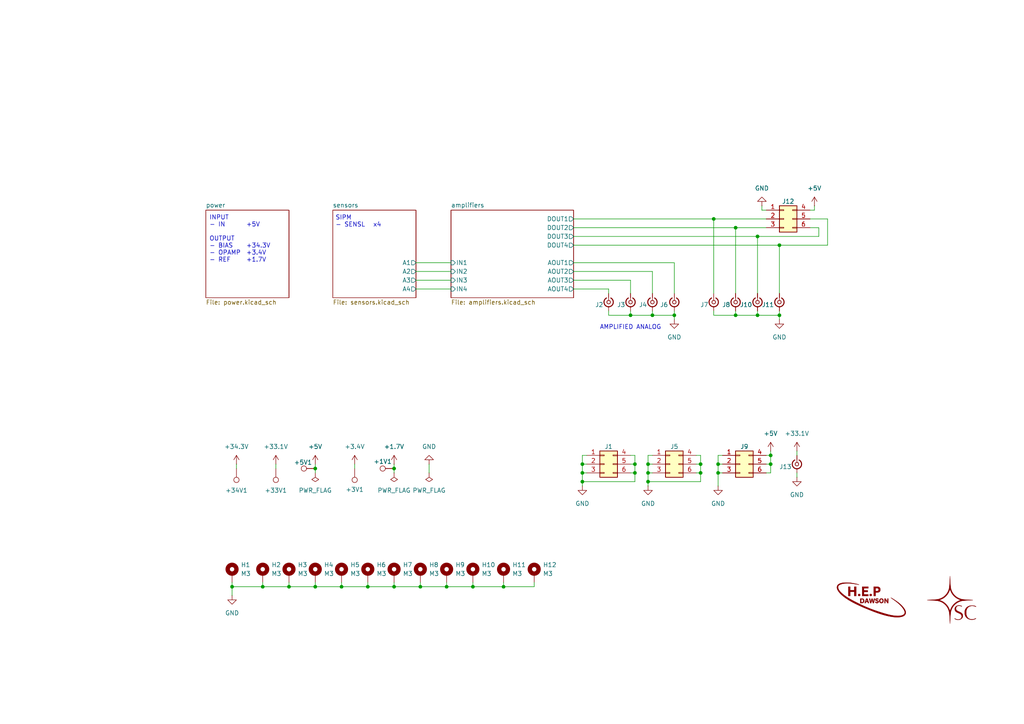
<source format=kicad_sch>
(kicad_sch (version 20250114) (generator "eeschema") (generator_version "9.0")
  (paper "A4")
  (title_block (title "Scintillating Chamber: SIPM Trigger Board") (date "2025-03-11") (rev "3") (comment 3 "Dawson Enriched Pure & Applied") (comment 4 "Alex Xia"))
  (lib_symbols
    (symbol "Connector:Conn_Coaxial_Small" (pin_numbers (hide yes)) (pin_names (offset 1.016) (hide yes))
      (property "Reference" "J" (at 0.254 3.048 0))
      (property "Value" "Conn_Coaxial_Small" (at 0 -3.81 0))
      (symbol "Conn_Coaxial_Small_1_1"
        (pin passive line (at -2.54 0 0) (length 1.27) (name "In") (number "1"))
        (pin passive line (at 2.54 0 180) (length 1.27) (name "Ext") (number "2"))
      )
    )
    (symbol "Connector:TestPoint" (pin_numbers (hide yes)) (pin_names (offset 0.762) (hide yes))
      (property "Reference" "TP" (at 0 6.858 0))
      (property "Value" "TestPoint" (at 0 5.08 0))
      (symbol "TestPoint_1_1"
        (pin passive line (at 0 0 90) (length 2.54) (name "1") (number "1"))
      )
    )
    (symbol "Connector_Generic:Conn_02x03_Top_Bottom" (pin_names (offset 1.016) (hide yes))
      (property "Reference" "J" (at 1.27 5.08 0))
      (property "Value" "Conn_02x03_Top_Bottom" (at 1.27 -5.08 0))
      (symbol "Conn_02x03_Top_Bottom_1_1"
        (pin passive line (at -5.08 2.54 0) (length 3.81) (name "Pin_1") (number "1"))
        (pin passive line (at -5.08 0 0) (length 3.81) (name "Pin_2") (number "2"))
        (pin passive line (at -5.08 -2.54 0) (length 3.81) (name "Pin_3") (number "3"))
        (pin passive line (at 7.62 2.54 180) (length 3.81) (name "Pin_4") (number "4"))
        (pin passive line (at 7.62 0 180) (length 3.81) (name "Pin_5") (number "5"))
        (pin passive line (at 7.62 -2.54 180) (length 3.81) (name "Pin_6") (number "6"))
      )
    )
    (symbol "Mechanical:MountingHole_Pad" (pin_numbers (hide yes)) (pin_names (offset 1.016) (hide yes)) (exclude_from_sim yes) (in_bom no)
      (property "Reference" "H" (at 0 6.35 0))
      (property "Value" "MountingHole_Pad" (at 0 4.445 0))
      (symbol "MountingHole_Pad_1_1"
        (pin input line (at 0 -2.54 90) (length 2.54) (name "1") (number "1"))
      )
    )
    (symbol "hep:LOGO" (pin_names (offset 1.016)))
    (symbol "power:+5V" (power) (pin_numbers (hide yes)) (pin_names (offset 0) (hide yes))
      (property "Value" "+5V" (at 0 3.556 0))
      (symbol "+5V_1_1"
        (pin power_in line (at 0 0 90) (length 0) (name "~") (number "1"))
      )
    )
    (symbol "power:GND" (power) (pin_numbers (hide yes)) (pin_names (offset 0) (hide yes))
      (property "Value" "GND" (at 0 -3.81 0))
      (symbol "GND_1_1"
        (pin power_in line (at 0 0 270) (length 0) (name "~") (number "1"))
      )
    )
    (symbol "power:PWR_FLAG" (power) (pin_numbers (hide yes)) (pin_names (offset 0) (hide yes))
      (property "Value" "PWR_FLAG" (at 0 3.81 0))
      (symbol "PWR_FLAG_0_0"
        (pin power_out line (at 0 0 90) (length 0) (name "~") (number "1"))
      )
    )
    (symbol "sc:LOGO" (pin_names (offset 1.016)))
  )
  (text "\nx4" (at 108.204 64.262 0) (effects (font (size 1.27 1.27)) (justify left)))
  (text "\n+5V\n\n\n+34.3V\n+3.4V\n+1.7V" (at 71.374 69.342 0) (effects (font (size 1.27 1.27)) (justify left)))
  (text "AMPLIFIED ANALOG" (at 182.88 94.996 0) (effects (font (size 1.27 1.27))))
  (text "SIPM\n- SENSL\n" (at 97.282 64.262 0) (effects (font (size 1.27 1.27)) (justify left)))
  (text "INPUT\n- IN\n\nOUTPUT\n- BIAS\n- OPAMP\n- REF\n" (at 60.706 69.342 0) (effects (font (size 1.27 1.27)) (justify left)))
  (junction (at 203.2 137.16))
  (junction (at 219.71 68.58))
  (junction (at 208.28 134.62))
  (junction (at 182.88 91.44))
  (junction (at 114.3 135.89))
  (junction (at 83.82 170.18))
  (junction (at 207.01 63.5))
  (junction (at 184.15 137.16))
  (junction (at 67.31 170.18))
  (junction (at 99.06 170.18))
  (junction (at 226.06 71.12))
  (junction (at 121.92 170.18))
  (junction (at 187.96 137.16))
  (junction (at 168.91 137.16))
  (junction (at 213.36 66.04))
  (junction (at 168.91 139.7))
  (junction (at 213.36 91.44))
  (junction (at 76.2 170.18))
  (junction (at 223.52 134.62))
  (junction (at 114.3 170.18))
  (junction (at 91.44 135.89))
  (junction (at 219.71 91.44))
  (junction (at 187.96 139.7))
  (junction (at 91.44 170.18))
  (junction (at 208.28 137.16))
  (junction (at 187.96 134.62))
  (junction (at 137.16 170.18))
  (junction (at 184.15 134.62))
  (junction (at 146.05 170.18))
  (junction (at 106.68 170.18))
  (junction (at 189.23 91.44))
  (junction (at 226.06 91.44))
  (junction (at 195.58 91.44))
  (junction (at 168.91 134.62))
  (junction (at 223.52 132.08))
  (junction (at 203.2 134.62))
  (junction (at 129.54 170.18))
  (wire (pts (xy 182.88 81.28) (xy 182.88 85.09)))
  (wire (pts (xy 129.54 168.91) (xy 129.54 170.18)))
  (wire (pts (xy 195.58 91.44) (xy 189.23 91.44)))
  (wire (pts (xy 114.3 137.16) (xy 114.3 135.89)))
  (wire (pts (xy 184.15 132.08) (xy 184.15 134.62)))
  (wire (pts (xy 208.28 137.16) (xy 208.28 140.97)))
  (wire (pts (xy 195.58 91.44) (xy 195.58 92.71)))
  (wire (pts (xy 114.3 135.89) (xy 114.3 134.62)))
  (wire (pts (xy 223.52 132.08) (xy 222.25 132.08)))
  (wire (pts (xy 168.91 137.16) (xy 168.91 134.62)))
  (wire (pts (xy 184.15 137.16) (xy 184.15 139.7)))
  (wire (pts (xy 208.28 134.62) (xy 208.28 137.16)))
  (wire (pts (xy 203.2 134.62) (xy 203.2 137.16)))
  (wire (pts (xy 146.05 170.18) (xy 154.94 170.18)))
  (wire (pts (xy 124.46 134.62) (xy 124.46 137.16)))
  (wire (pts (xy 189.23 90.17) (xy 189.23 91.44)))
  (wire (pts (xy 219.71 91.44) (xy 226.06 91.44)))
  (wire (pts (xy 201.93 134.62) (xy 203.2 134.62)))
  (wire (pts (xy 184.15 132.08) (xy 182.88 132.08)))
  (wire (pts (xy 182.88 90.17) (xy 182.88 91.44)))
  (wire (pts (xy 187.96 139.7) (xy 187.96 137.16)))
  (wire (pts (xy 166.37 76.2) (xy 195.58 76.2)))
  (wire (pts (xy 121.92 168.91) (xy 121.92 170.18)))
  (wire (pts (xy 67.31 170.18) (xy 67.31 172.72)))
  (wire (pts (xy 187.96 134.62) (xy 189.23 134.62)))
  (wire (pts (xy 83.82 168.91) (xy 83.82 170.18)))
  (wire (pts (xy 76.2 168.91) (xy 76.2 170.18)))
  (wire (pts (xy 187.96 132.08) (xy 189.23 132.08)))
  (wire (pts (xy 195.58 90.17) (xy 195.58 91.44)))
  (wire (pts (xy 208.28 132.08) (xy 208.28 134.62)))
  (wire (pts (xy 120.65 76.2) (xy 130.81 76.2)))
  (wire (pts (xy 166.37 71.12) (xy 226.06 71.12)))
  (wire (pts (xy 80.01 134.62) (xy 80.01 135.89)))
  (wire (pts (xy 120.65 78.74) (xy 130.81 78.74)))
  (wire (pts (xy 236.22 60.96) (xy 234.95 60.96)))
  (wire (pts (xy 189.23 78.74) (xy 189.23 85.09)))
  (wire (pts (xy 129.54 170.18) (xy 121.92 170.18)))
  (wire (pts (xy 91.44 135.89) (xy 91.44 137.16)))
  (wire (pts (xy 219.71 68.58) (xy 219.71 85.09)))
  (wire (pts (xy 91.44 134.62) (xy 91.44 135.89)))
  (wire (pts (xy 207.01 90.17) (xy 207.01 91.44)))
  (wire (pts (xy 168.91 137.16) (xy 170.18 137.16)))
  (wire (pts (xy 137.16 168.91) (xy 137.16 170.18)))
  (wire (pts (xy 187.96 134.62) (xy 187.96 132.08)))
  (wire (pts (xy 209.55 134.62) (xy 208.28 134.62)))
  (wire (pts (xy 234.95 63.5) (xy 240.03 63.5)))
  (wire (pts (xy 182.88 91.44) (xy 176.53 91.44)))
  (wire (pts (xy 222.25 137.16) (xy 223.52 137.16)))
  (wire (pts (xy 236.22 60.96) (xy 236.22 59.69)))
  (wire (pts (xy 213.36 66.04) (xy 222.25 66.04)))
  (wire (pts (xy 203.2 139.7) (xy 187.96 139.7)))
  (wire (pts (xy 220.98 59.69) (xy 220.98 60.96)))
  (wire (pts (xy 166.37 81.28) (xy 182.88 81.28)))
  (wire (pts (xy 226.06 71.12) (xy 240.03 71.12)))
  (wire (pts (xy 120.65 83.82) (xy 130.81 83.82)))
  (wire (pts (xy 76.2 170.18) (xy 83.82 170.18)))
  (wire (pts (xy 231.14 138.43) (xy 231.14 137.16)))
  (wire (pts (xy 184.15 139.7) (xy 168.91 139.7)))
  (wire (pts (xy 213.36 90.17) (xy 213.36 91.44)))
  (wire (pts (xy 203.2 137.16) (xy 203.2 139.7)))
  (wire (pts (xy 187.96 137.16) (xy 189.23 137.16)))
  (wire (pts (xy 220.98 60.96) (xy 222.25 60.96)))
  (wire (pts (xy 166.37 83.82) (xy 176.53 83.82)))
  (wire (pts (xy 226.06 90.17) (xy 226.06 91.44)))
  (wire (pts (xy 76.2 170.18) (xy 67.31 170.18)))
  (wire (pts (xy 137.16 170.18) (xy 146.05 170.18)))
  (wire (pts (xy 166.37 68.58) (xy 219.71 68.58)))
  (wire (pts (xy 223.52 130.81) (xy 223.52 132.08)))
  (wire (pts (xy 168.91 132.08) (xy 170.18 132.08)))
  (wire (pts (xy 154.94 168.91) (xy 154.94 170.18)))
  (wire (pts (xy 187.96 137.16) (xy 187.96 134.62)))
  (wire (pts (xy 207.01 63.5) (xy 222.25 63.5)))
  (wire (pts (xy 166.37 66.04) (xy 213.36 66.04)))
  (wire (pts (xy 102.87 134.62) (xy 102.87 135.89)))
  (wire (pts (xy 222.25 134.62) (xy 223.52 134.62)))
  (wire (pts (xy 182.88 134.62) (xy 184.15 134.62)))
  (wire (pts (xy 207.01 91.44) (xy 213.36 91.44)))
  (wire (pts (xy 240.03 63.5) (xy 240.03 71.12)))
  (wire (pts (xy 195.58 76.2) (xy 195.58 85.09)))
  (wire (pts (xy 203.2 132.08) (xy 203.2 134.62)))
  (wire (pts (xy 213.36 91.44) (xy 219.71 91.44)))
  (wire (pts (xy 176.53 83.82) (xy 176.53 85.09)))
  (wire (pts (xy 166.37 78.74) (xy 189.23 78.74)))
  (wire (pts (xy 114.3 168.91) (xy 114.3 170.18)))
  (wire (pts (xy 219.71 68.58) (xy 237.49 68.58)))
  (wire (pts (xy 99.06 168.91) (xy 99.06 170.18)))
  (wire (pts (xy 106.68 168.91) (xy 106.68 170.18)))
  (wire (pts (xy 237.49 68.58) (xy 237.49 66.04)))
  (wire (pts (xy 68.58 134.62) (xy 68.58 135.89)))
  (wire (pts (xy 168.91 139.7) (xy 168.91 137.16)))
  (wire (pts (xy 166.37 63.5) (xy 207.01 63.5)))
  (wire (pts (xy 208.28 132.08) (xy 209.55 132.08)))
  (wire (pts (xy 67.31 168.91) (xy 67.31 170.18)))
  (wire (pts (xy 189.23 91.44) (xy 182.88 91.44)))
  (wire (pts (xy 83.82 170.18) (xy 91.44 170.18)))
  (wire (pts (xy 201.93 137.16) (xy 203.2 137.16)))
  (wire (pts (xy 114.3 170.18) (xy 106.68 170.18)))
  (wire (pts (xy 223.52 132.08) (xy 223.52 134.62)))
  (wire (pts (xy 223.52 134.62) (xy 223.52 137.16)))
  (wire (pts (xy 146.05 168.91) (xy 146.05 170.18)))
  (wire (pts (xy 231.14 130.81) (xy 231.14 132.08)))
  (wire (pts (xy 91.44 170.18) (xy 99.06 170.18)))
  (wire (pts (xy 209.55 137.16) (xy 208.28 137.16)))
  (wire (pts (xy 106.68 170.18) (xy 99.06 170.18)))
  (wire (pts (xy 203.2 132.08) (xy 201.93 132.08)))
  (wire (pts (xy 213.36 66.04) (xy 213.36 85.09)))
  (wire (pts (xy 207.01 63.5) (xy 207.01 85.09)))
  (wire (pts (xy 168.91 134.62) (xy 170.18 134.62)))
  (wire (pts (xy 91.44 168.91) (xy 91.44 170.18)))
  (wire (pts (xy 168.91 140.97) (xy 168.91 139.7)))
  (wire (pts (xy 176.53 90.17) (xy 176.53 91.44)))
  (wire (pts (xy 226.06 91.44) (xy 226.06 92.71)))
  (wire (pts (xy 168.91 134.62) (xy 168.91 132.08)))
  (wire (pts (xy 184.15 134.62) (xy 184.15 137.16)))
  (wire (pts (xy 114.3 170.18) (xy 121.92 170.18)))
  (wire (pts (xy 219.71 90.17) (xy 219.71 91.44)))
  (wire (pts (xy 182.88 137.16) (xy 184.15 137.16)))
  (wire (pts (xy 187.96 140.97) (xy 187.96 139.7)))
  (wire (pts (xy 120.65 81.28) (xy 130.81 81.28)))
  (wire (pts (xy 237.49 66.04) (xy 234.95 66.04)))
  (wire (pts (xy 137.16 170.18) (xy 129.54 170.18)))
  (wire (pts (xy 226.06 85.09) (xy 226.06 71.12)))
  (symbol (lib_id "Connector:Conn_Coaxial_Small") (at 231.14 134.62 270) (unit 1)
    (property "Reference" "J13" (at 229.616 135.382 90) (effects (justify right)))
    (property "Value" "Conn_Coaxial_Small" (effects (hide yes)))
    (property "Footprint" "connectors:BWIPX-1-001E" (effects (hide yes)))
    (property "Description" "small coaxial connector (BNC, SMA, SMB, SMC, Cinch/RCA, LEMO, ...)" (effects (hide yes)))
    (property "LCSC" "C496552" (effects (hide yes)))
  )
  (symbol (lib_id "sc:LOGO") (at 275.59 173.99 0) (unit 1)
    (property "Reference" "#G2" (effects (hide yes)))
    (property "Value" "LOGO" (effects (hide yes)))
  )
  (symbol (lib_id "Connector:Conn_Coaxial_Small") (at 219.71 87.63 270) (unit 1)
    (property "Reference" "J10" (at 218.186 88.392 90) (effects (justify right)))
    (property "Value" "Conn_Coaxial_Small" (effects (hide yes)))
    (property "Footprint" "connectors:BWIPX-1-001E" (effects (hide yes)))
    (property "Description" "small coaxial connector (BNC, SMA, SMB, SMC, Cinch/RCA, LEMO, ...)" (effects (hide yes)))
    (property "LCSC" "C496552" (effects (hide yes)))
  )
  (symbol (lib_id "Connector_Generic:Conn_02x03_Top_Bottom") (at 227.33 63.5 0) (unit 1)
    (property "Reference" "J12" (at 228.6 58.42 0))
    (property "Value" "Conn_02x03_Top_Bottom" (effects (hide yes)))
    (property "Footprint" "connectors:PinHeader_2x03_P2.54mm_Vertical" (effects (hide yes)))
    (property "Description" "Generic connector, double row, 02x03, top/bottom pin numbering scheme (row 1: 1...pins_per_row, row2: pins_per_row+1 ... num_pins), script generated (kicad-library-utils/schlib/autogen/connector/)" (effects (hide yes)))
  )
  (symbol (lib_id "power:+5V") (at 231.14 130.81 0) (unit 1)
    (property "Reference" "#PWR014" (effects (hide yes)))
    (property "Value" "+33.1V" (at 231.14 125.73 0))
    (property "Description" "Power symbol creates a global label with name \"+5V\"" (effects (hide yes)))
  )
  (symbol (lib_id "power:+5V") (at 223.52 130.81 0) (unit 1)
    (property "Reference" "#PWR012" (effects (hide yes)))
    (property "Value" "+5V" (at 223.52 125.73 0))
    (property "Description" "Power symbol creates a global label with name \"+5V\"" (effects (hide yes)))
  )
  (symbol (lib_id "Connector_Generic:Conn_02x03_Top_Bottom") (at 175.26 134.62 0) (unit 1)
    (property "Reference" "J1" (at 176.53 129.54 0))
    (property "Value" "Conn_02x03_Top_Bottom" (effects (hide yes)))
    (property "Footprint" "connectors:PinHeader_2x03_P2.54mm_Vertical" (effects (hide yes)))
    (property "Description" "Generic connector, double row, 02x03, top/bottom pin numbering scheme (row 1: 1...pins_per_row, row2: pins_per_row+1 ... num_pins), script generated (kicad-library-utils/schlib/autogen/connector/)" (effects (hide yes)))
  )
  (symbol (lib_id "power:+5V") (at 102.87 134.62 0) (unit 1)
    (property "Reference" "#PWR04" (effects (hide yes)))
    (property "Value" "+3.4V" (at 102.87 129.54 0))
    (property "Description" "Power symbol creates a global label with name \"+5V\"" (effects (hide yes)))
  )
  (symbol (lib_id "Connector:TestPoint") (at 114.3 135.89 90) (unit 1)
    (property "Reference" "+1V1" (at 110.998 133.858 90))
    (property "Value" "TestPoint" (effects (hide yes)))
    (property "Footprint" "TestPoint:TestPoint_Pad_D1.0mm" (effects (hide yes)))
    (property "Description" "test point" (effects (hide yes)))
  )
  (symbol (lib_id "power:+5V") (at 68.58 134.62 0) (unit 1)
    (property "Reference" "#PWR01" (effects (hide yes)))
    (property "Value" "+34.3V" (at 68.58 129.54 0))
    (property "Description" "Power symbol creates a global label with name \"+5V\"" (effects (hide yes)))
  )
  (symbol (lib_id "power:GND") (at 226.06 92.71 0) (unit 1)
    (property "Reference" "#PWR013" (effects (hide yes)))
    (property "Value" "GND" (at 226.06 97.79 0))
    (property "Description" "Power symbol creates a global label with name \"GND\" , ground" (effects (hide yes)))
  )
  (symbol (lib_id "Connector:Conn_Coaxial_Small") (at 195.58 87.63 270) (unit 1)
    (property "Reference" "J6" (at 193.802 88.392 90) (effects (justify right)))
    (property "Value" "Conn_Coaxial_Small" (effects (hide yes)))
    (property "Footprint" "connectors:BWIPX-1-001E" (effects (hide yes)))
    (property "Description" "small coaxial connector (BNC, SMA, SMB, SMC, Cinch/RCA, LEMO, ...)" (effects (hide yes)))
    (property "LCSC" "C496552" (effects (hide yes)))
  )
  (symbol (lib_id "hep:LOGO") (at 252.73 173.99 0) (unit 1)
    (property "Reference" "#G1" (effects (hide yes)))
    (property "Value" "LOGO" (effects (hide yes)))
  )
  (symbol (lib_id "Mechanical:MountingHole_Pad") (at 91.44 166.37 0) (unit 1) (exclude_from_sim yes) (in_bom no)
    (property "Reference" "H4" (at 93.98 163.8299 0) (effects (justify left)))
    (property "Value" "M3" (at 93.98 166.3699 0) (effects (justify left)))
    (property "Footprint" "MountingHole:MountingHole_3.2mm_M3_DIN965_Pad" (effects (hide yes)))
    (property "Description" "Mounting Hole with connection" (effects (hide yes)))
  )
  (symbol (lib_id "power:GND") (at 67.31 172.72 0) (unit 1)
    (property "Reference" "#PWR089" (effects (hide yes)))
    (property "Value" "GND" (at 67.31 177.8 0))
    (property "Description" "Power symbol creates a global label with name \"GND\" , ground" (effects (hide yes)))
  )
  (symbol (lib_id "power:GND") (at 208.28 140.97 0) (unit 1)
    (property "Reference" "#PWR010" (effects (hide yes)))
    (property "Value" "GND" (at 208.28 146.05 0))
    (property "Description" "Power symbol creates a global label with name \"GND\" , ground" (effects (hide yes)))
  )
  (symbol (lib_id "Connector:Conn_Coaxial_Small") (at 182.88 87.63 270) (unit 1)
    (property "Reference" "J3" (at 181.356 88.392 90) (effects (justify right)))
    (property "Value" "Conn_Coaxial_Small" (effects (hide yes)))
    (property "Footprint" "connectors:BWIPX-1-001E" (effects (hide yes)))
    (property "Description" "small coaxial connector (BNC, SMA, SMB, SMC, Cinch/RCA, LEMO, ...)" (effects (hide yes)))
    (property "LCSC" "C496552" (effects (hide yes)))
  )
  (symbol (lib_id "Mechanical:MountingHole_Pad") (at 121.92 166.37 0) (unit 1) (exclude_from_sim yes) (in_bom no)
    (property "Reference" "H8" (at 124.46 163.8299 0) (effects (justify left)))
    (property "Value" "M3" (at 124.46 166.3699 0) (effects (justify left)))
    (property "Footprint" "MountingHole:MountingHole_3.2mm_M3_DIN965_Pad" (effects (hide yes)))
    (property "Description" "Mounting Hole with connection" (effects (hide yes)))
  )
  (symbol (lib_id "Connector_Generic:Conn_02x03_Top_Bottom") (at 214.63 134.62 0) (unit 1)
    (property "Reference" "J9" (at 215.9 129.54 0))
    (property "Value" "Conn_02x03_Top_Bottom" (effects (hide yes)))
    (property "Footprint" "connectors:PinHeader_2x03_P2.54mm_Vertical" (effects (hide yes)))
    (property "Description" "Generic connector, double row, 02x03, top/bottom pin numbering scheme (row 1: 1...pins_per_row, row2: pins_per_row+1 ... num_pins), script generated (kicad-library-utils/schlib/autogen/connector/)" (effects (hide yes)))
  )
  (symbol (lib_id "power:+5V") (at 236.22 59.69 0) (unit 1)
    (property "Reference" "#PWR016" (effects (hide yes)))
    (property "Value" "+5V" (at 236.22 54.61 0))
    (property "Description" "Power symbol creates a global label with name \"+5V\"" (effects (hide yes)))
  )
  (symbol (lib_id "Connector:TestPoint") (at 91.44 135.89 90) (unit 1)
    (property "Reference" "+5V1" (at 87.884 134.112 90))
    (property "Value" "TestPoint" (effects (hide yes)))
    (property "Footprint" "TestPoint:TestPoint_Pad_D1.0mm" (effects (hide yes)))
    (property "Description" "test point" (effects (hide yes)))
  )
  (symbol (lib_id "Connector:Conn_Coaxial_Small") (at 207.01 87.63 270) (unit 1)
    (property "Reference" "J7" (at 205.486 88.392 90) (effects (justify right)))
    (property "Value" "Conn_Coaxial_Small" (effects (hide yes)))
    (property "Footprint" "connectors:BWIPX-1-001E" (effects (hide yes)))
    (property "Description" "small coaxial connector (BNC, SMA, SMB, SMC, Cinch/RCA, LEMO, ...)" (effects (hide yes)))
    (property "LCSC" "C496552" (effects (hide yes)))
  )
  (symbol (lib_id "Connector:Conn_Coaxial_Small") (at 176.53 87.63 270) (unit 1)
    (property "Reference" "J2" (at 175.006 88.392 90) (effects (justify right)))
    (property "Value" "Conn_Coaxial_Small" (effects (hide yes)))
    (property "Footprint" "connectors:BWIPX-1-001E" (effects (hide yes)))
    (property "Description" "small coaxial connector (BNC, SMA, SMB, SMC, Cinch/RCA, LEMO, ...)" (effects (hide yes)))
    (property "LCSC" "C496552" (effects (hide yes)))
  )
  (symbol (lib_id "Connector:TestPoint") (at 68.58 135.89 180) (unit 1)
    (property "Reference" "+34V1" (at 68.58 142.24 0))
    (property "Value" "TestPoint" (effects (hide yes)))
    (property "Footprint" "TestPoint:TestPoint_Pad_D1.0mm" (effects (hide yes)))
    (property "Description" "test point" (effects (hide yes)))
  )
  (symbol (lib_id "power:+5V") (at 114.3 134.62 0) (unit 1)
    (property "Reference" "#PWR05" (effects (hide yes)))
    (property "Value" "+1.7V" (at 114.3 129.54 0))
    (property "Description" "Power symbol creates a global label with name \"+5V\"" (effects (hide yes)))
  )
  (symbol (lib_id "Mechanical:MountingHole_Pad") (at 76.2 166.37 0) (unit 1) (exclude_from_sim yes) (in_bom no)
    (property "Reference" "H2" (at 78.74 163.8299 0) (effects (justify left)))
    (property "Value" "M3" (at 78.74 166.3699 0) (effects (justify left)))
    (property "Footprint" "MountingHole:MountingHole_3.2mm_M3_DIN965_Pad" (effects (hide yes)))
    (property "Description" "Mounting Hole with connection" (effects (hide yes)))
  )
  (symbol (lib_id "Mechanical:MountingHole_Pad") (at 129.54 166.37 0) (unit 1) (exclude_from_sim yes) (in_bom no)
    (property "Reference" "H9" (at 132.08 163.8299 0) (effects (justify left)))
    (property "Value" "M3" (at 132.08 166.3699 0) (effects (justify left)))
    (property "Footprint" "MountingHole:MountingHole_3.2mm_M3_DIN965_Pad" (effects (hide yes)))
    (property "Description" "Mounting Hole with connection" (effects (hide yes)))
  )
  (symbol (lib_id "power:GND") (at 168.91 140.97 0) (unit 1)
    (property "Reference" "#PWR07" (effects (hide yes)))
    (property "Value" "GND" (at 168.91 146.05 0))
    (property "Description" "Power symbol creates a global label with name \"GND\" , ground" (effects (hide yes)))
  )
  (symbol (lib_id "Connector:Conn_Coaxial_Small") (at 189.23 87.63 270) (unit 1)
    (property "Reference" "J4" (at 187.706 88.392 90) (effects (justify right)))
    (property "Value" "Conn_Coaxial_Small" (effects (hide yes)))
    (property "Footprint" "connectors:BWIPX-1-001E" (effects (hide yes)))
    (property "Description" "small coaxial connector (BNC, SMA, SMB, SMC, Cinch/RCA, LEMO, ...)" (effects (hide yes)))
    (property "LCSC" "C496552" (effects (hide yes)))
  )
  (symbol (lib_id "Mechanical:MountingHole_Pad") (at 146.05 166.37 0) (unit 1) (exclude_from_sim yes) (in_bom no)
    (property "Reference" "H11" (at 148.59 163.8299 0) (effects (justify left)))
    (property "Value" "M3" (at 148.59 166.3699 0) (effects (justify left)))
    (property "Footprint" "MountingHole:MountingHole_3.2mm_M3_DIN965_Pad" (effects (hide yes)))
    (property "Description" "Mounting Hole with connection" (effects (hide yes)))
  )
  (symbol (lib_id "Connector:TestPoint") (at 80.01 135.89 180) (unit 1)
    (property "Reference" "+33V1" (at 80.01 142.24 0))
    (property "Value" "TestPoint" (effects (hide yes)))
    (property "Footprint" "TestPoint:TestPoint_Pad_D1.0mm" (effects (hide yes)))
    (property "Description" "test point" (effects (hide yes)))
  )
  (symbol (lib_id "Mechanical:MountingHole_Pad") (at 114.3 166.37 0) (unit 1) (exclude_from_sim yes) (in_bom no)
    (property "Reference" "H7" (at 116.84 163.8299 0) (effects (justify left)))
    (property "Value" "M3" (at 116.84 166.3699 0) (effects (justify left)))
    (property "Footprint" "MountingHole:MountingHole_3.2mm_M3_DIN965_Pad" (effects (hide yes)))
    (property "Description" "Mounting Hole with connection" (effects (hide yes)))
  )
  (symbol (lib_id "power:GND") (at 220.98 59.69 180) (unit 1)
    (property "Reference" "#PWR011" (effects (hide yes)))
    (property "Value" "GND" (at 220.98 54.61 0))
    (property "Description" "Power symbol creates a global label with name \"GND\" , ground" (effects (hide yes)))
  )
  (symbol (lib_id "power:PWR_FLAG") (at 124.46 137.16 180) (unit 1)
    (property "Reference" "#FLG03" (effects (hide yes)))
    (property "Value" "PWR_FLAG" (at 124.46 142.24 0))
    (property "Description" "Special symbol for telling ERC where power comes from" (effects (hide yes)))
  )
  (symbol (lib_id "Mechanical:MountingHole_Pad") (at 137.16 166.37 0) (unit 1) (exclude_from_sim yes) (in_bom no)
    (property "Reference" "H10" (at 139.7 163.8299 0) (effects (justify left)))
    (property "Value" "M3" (at 139.7 166.3699 0) (effects (justify left)))
    (property "Footprint" "MountingHole:MountingHole_3.2mm_M3_DIN965_Pad" (effects (hide yes)))
    (property "Description" "Mounting Hole with connection" (effects (hide yes)))
  )
  (symbol (lib_id "power:+5V") (at 91.44 134.62 0) (unit 1)
    (property "Reference" "#PWR03" (effects (hide yes)))
    (property "Value" "+5V" (at 91.44 129.54 0))
    (property "Description" "Power symbol creates a global label with name \"+5V\"" (effects (hide yes)))
  )
  (symbol (lib_id "power:PWR_FLAG") (at 91.44 137.16 180) (unit 1)
    (property "Reference" "#FLG01" (effects (hide yes)))
    (property "Value" "PWR_FLAG" (at 91.44 142.24 0))
    (property "Description" "Special symbol for telling ERC where power comes from" (effects (hide yes)))
  )
  (symbol (lib_id "Mechanical:MountingHole_Pad") (at 106.68 166.37 0) (unit 1) (exclude_from_sim yes) (in_bom no)
    (property "Reference" "H6" (at 109.22 163.8299 0) (effects (justify left)))
    (property "Value" "M3" (at 109.22 166.3699 0) (effects (justify left)))
    (property "Footprint" "MountingHole:MountingHole_3.2mm_M3_DIN965_Pad" (effects (hide yes)))
    (property "Description" "Mounting Hole with connection" (effects (hide yes)))
  )
  (symbol (lib_id "Mechanical:MountingHole_Pad") (at 83.82 166.37 0) (unit 1) (exclude_from_sim yes) (in_bom no)
    (property "Reference" "H3" (at 86.36 163.8299 0) (effects (justify left)))
    (property "Value" "M3" (at 86.36 166.3699 0) (effects (justify left)))
    (property "Footprint" "MountingHole:MountingHole_3.2mm_M3_DIN965_Pad" (effects (hide yes)))
    (property "Description" "Mounting Hole with connection" (effects (hide yes)))
  )
  (symbol (lib_id "Mechanical:MountingHole_Pad") (at 67.31 166.37 0) (unit 1) (exclude_from_sim yes) (in_bom no)
    (property "Reference" "H1" (at 69.85 163.8299 0) (effects (justify left)))
    (property "Value" "M3" (at 69.85 166.3699 0) (effects (justify left)))
    (property "Footprint" "MountingHole:MountingHole_3.2mm_M3_DIN965_Pad" (effects (hide yes)))
    (property "Description" "Mounting Hole with connection" (effects (hide yes)))
  )
  (symbol (lib_id "power:GND") (at 187.96 140.97 0) (unit 1)
    (property "Reference" "#PWR08" (effects (hide yes)))
    (property "Value" "GND" (at 187.96 146.05 0))
    (property "Description" "Power symbol creates a global label with name \"GND\" , ground" (effects (hide yes)))
  )
  (symbol (lib_id "Connector:Conn_Coaxial_Small") (at 226.06 87.63 270) (unit 1)
    (property "Reference" "J11" (at 224.536 88.392 90) (effects (justify right)))
    (property "Value" "Conn_Coaxial_Small" (effects (hide yes)))
    (property "Footprint" "connectors:BWIPX-1-001E" (effects (hide yes)))
    (property "Description" "small coaxial connector (BNC, SMA, SMB, SMC, Cinch/RCA, LEMO, ...)" (effects (hide yes)))
    (property "LCSC" "C496552" (effects (hide yes)))
  )
  (symbol (lib_id "power:GND") (at 124.46 134.62 180) (unit 1)
    (property "Reference" "#PWR06" (effects (hide yes)))
    (property "Value" "GND" (at 124.46 129.54 0))
    (property "Description" "Power symbol creates a global label with name \"GND\" , ground" (effects (hide yes)))
  )
  (symbol (lib_id "Connector:TestPoint") (at 102.87 135.89 180) (unit 1)
    (property "Reference" "+3V1" (at 102.87 141.986 0))
    (property "Value" "TestPoint" (effects (hide yes)))
    (property "Footprint" "TestPoint:TestPoint_Pad_D1.0mm" (effects (hide yes)))
    (property "Description" "test point" (effects (hide yes)))
  )
  (symbol (lib_id "power:GND") (at 195.58 92.71 0) (unit 1)
    (property "Reference" "#PWR09" (effects (hide yes)))
    (property "Value" "GND" (at 195.58 97.79 0))
    (property "Description" "Power symbol creates a global label with name \"GND\" , ground" (effects (hide yes)))
  )
  (symbol (lib_id "power:GND") (at 231.14 138.43 0) (unit 1)
    (property "Reference" "#PWR015" (effects (hide yes)))
    (property "Value" "GND" (at 231.14 143.51 0))
    (property "Description" "Power symbol creates a global label with name \"GND\" , ground" (effects (hide yes)))
  )
  (symbol (lib_id "Mechanical:MountingHole_Pad") (at 154.94 166.37 0) (unit 1) (exclude_from_sim yes) (in_bom no)
    (property "Reference" "H12" (at 157.48 163.8299 0) (effects (justify left)))
    (property "Value" "M3" (at 157.48 166.3699 0) (effects (justify left)))
    (property "Footprint" "MountingHole:MountingHole_3.2mm_M3_DIN965_Pad" (effects (hide yes)))
    (property "Description" "Mounting Hole with connection" (effects (hide yes)))
  )
  (symbol (lib_id "Mechanical:MountingHole_Pad") (at 99.06 166.37 0) (unit 1) (exclude_from_sim yes) (in_bom no)
    (property "Reference" "H5" (at 101.6 163.8299 0) (effects (justify left)))
    (property "Value" "M3" (at 101.6 166.3699 0) (effects (justify left)))
    (property "Footprint" "MountingHole:MountingHole_3.2mm_M3_DIN965_Pad" (effects (hide yes)))
    (property "Description" "Mounting Hole with connection" (effects (hide yes)))
  )
  (symbol (lib_id "Connector:Conn_Coaxial_Small") (at 213.36 87.63 270) (unit 1)
    (property "Reference" "J8" (at 211.836 88.392 90) (effects (justify right)))
    (property "Value" "Conn_Coaxial_Small" (effects (hide yes)))
    (property "Footprint" "connectors:BWIPX-1-001E" (effects (hide yes)))
    (property "Description" "small coaxial connector (BNC, SMA, SMB, SMC, Cinch/RCA, LEMO, ...)" (effects (hide yes)))
    (property "LCSC" "C496552" (effects (hide yes)))
  )
  (symbol (lib_id "power:PWR_FLAG") (at 114.3 137.16 180) (unit 1)
    (property "Reference" "#FLG02" (effects (hide yes)))
    (property "Value" "PWR_FLAG" (at 114.3 142.24 0))
    (property "Description" "Special symbol for telling ERC where power comes from" (effects (hide yes)))
  )
  (symbol (lib_id "Connector_Generic:Conn_02x03_Top_Bottom") (at 194.31 134.62 0) (unit 1)
    (property "Reference" "J5" (at 195.58 129.54 0))
    (property "Value" "Conn_02x03_Top_Bottom" (effects (hide yes)))
    (property "Footprint" "connectors:PinHeader_2x03_P2.54mm_Vertical" (effects (hide yes)))
    (property "Description" "Generic connector, double row, 02x03, top/bottom pin numbering scheme (row 1: 1...pins_per_row, row2: pins_per_row+1 ... num_pins), script generated (kicad-library-utils/schlib/autogen/connector/)" (effects (hide yes)))
  )
  (symbol (lib_id "power:+5V") (at 80.01 134.62 0) (unit 1)
    (property "Reference" "#PWR02" (effects (hide yes)))
    (property "Value" "+33.1V" (at 80.01 129.54 0))
    (property "Description" "Power symbol creates a global label with name \"+5V\"" (effects (hide yes)))
  )
  (sheet (at 96.52 60.96) (size 24.13 25.4) (stroke (width 0.1524))
    (property "Sheetname" "sensors" (at 96.52 60.2484 0) (effects (justify left bottom)))
    (property "Sheetfile" "sensors.kicad_sch" (at 96.52 86.9446 0) (effects (justify left top)))
    (pin "A4" output (at 120.65 83.82 0))
    (pin "A3" output (at 120.65 81.28 0))
    (pin "A2" output (at 120.65 78.74 0))
    (pin "A1" output (at 120.65 76.2 0))
  )
  (sheet (at 130.81 60.96) (size 35.56 25.4) (stroke (width 0.1524))
    (property "Sheetname" "amplifiers" (at 130.81 60.2484 0) (effects (justify left bottom)))
    (property "Sheetfile" "amplifiers.kicad_sch" (at 130.81 86.9446 0) (effects (justify left top)))
    (pin "IN2" input (at 130.81 78.74 180))
    (pin "IN1" input (at 130.81 76.2 180))
    (pin "IN4" input (at 130.81 83.82 180))
    (pin "IN3" input (at 130.81 81.28 180))
    (pin "DOUT1" output (at 166.37 63.5 0))
    (pin "AOUT1" output (at 166.37 76.2 0))
    (pin "AOUT4" output (at 166.37 83.82 0))
    (pin "DOUT4" output (at 166.37 71.12 0))
    (pin "DOUT3" output (at 166.37 68.58 0))
    (pin "AOUT3" output (at 166.37 81.28 0))
    (pin "AOUT2" output (at 166.37 78.74 0))
    (pin "DOUT2" output (at 166.37 66.04 0))
  )
  (sheet (at 59.69 60.96) (size 24.13 25.4) (stroke (width 0.1524))
    (property "Sheetname" "power" (at 59.69 60.2484 0) (effects (justify left bottom)))
    (property "Sheetfile" "power.kicad_sch" (at 59.69 86.9446 0) (effects (justify left top)))
  )
)
</source>
